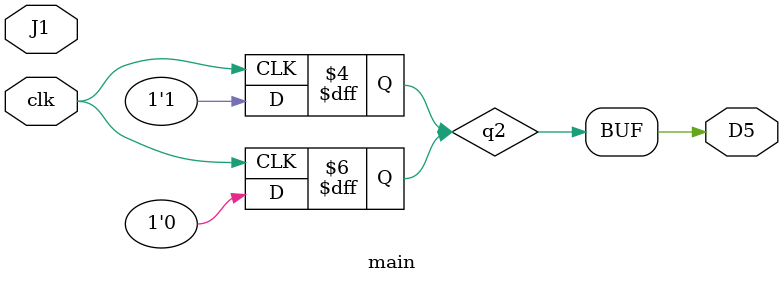
<source format=v>
module main ( input clk, input [3:0] J1, output D5 );

reg q1, q2;

// allows multiple assignments to q1 and q2!

always @(posedge clk) 
  begin
      q1 = 1'b0;
      q2 = q1;
  end

always @(posedge clk) 
  begin
      q1 = 1'b1;
      q2 = q1;
  end

assign D5 = q2;

endmodule

</source>
